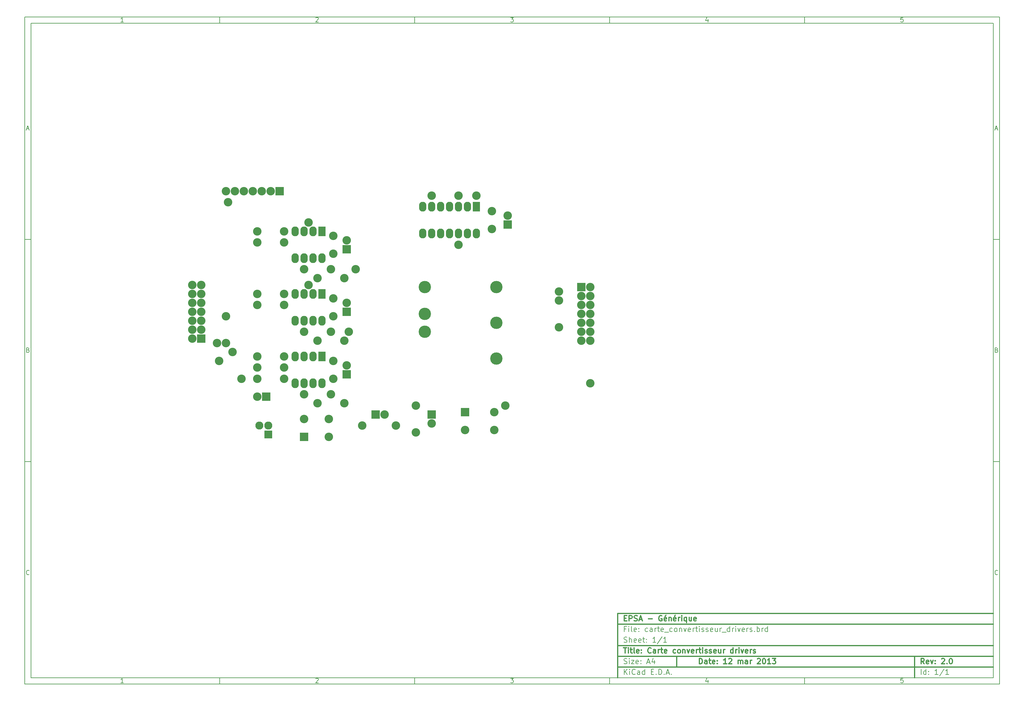
<source format=gbs>
G04 (created by PCBNEW-RS274X (2012-01-19 BZR 3256)-stable) date 12/03/2013 15:27:15*
G01*
G70*
G90*
%MOIN*%
G04 Gerber Fmt 3.4, Leading zero omitted, Abs format*
%FSLAX34Y34*%
G04 APERTURE LIST*
%ADD10C,0.006000*%
%ADD11C,0.012000*%
%ADD12R,0.082000X0.110000*%
%ADD13O,0.082000X0.110000*%
%ADD14C,0.095000*%
%ADD15R,0.095000X0.095000*%
%ADD16R,0.090000X0.090000*%
%ADD17C,0.090000*%
%ADD18C,0.138100*%
G04 APERTURE END LIST*
G54D10*
X04000Y-04000D02*
X113000Y-04000D01*
X113000Y-78670D01*
X04000Y-78670D01*
X04000Y-04000D01*
X04700Y-04700D02*
X112300Y-04700D01*
X112300Y-77970D01*
X04700Y-77970D01*
X04700Y-04700D01*
X25800Y-04000D02*
X25800Y-04700D01*
X15043Y-04552D02*
X14757Y-04552D01*
X14900Y-04552D02*
X14900Y-04052D01*
X14852Y-04124D01*
X14805Y-04171D01*
X14757Y-04195D01*
X25800Y-78670D02*
X25800Y-77970D01*
X15043Y-78522D02*
X14757Y-78522D01*
X14900Y-78522D02*
X14900Y-78022D01*
X14852Y-78094D01*
X14805Y-78141D01*
X14757Y-78165D01*
X47600Y-04000D02*
X47600Y-04700D01*
X36557Y-04100D02*
X36581Y-04076D01*
X36629Y-04052D01*
X36748Y-04052D01*
X36795Y-04076D01*
X36819Y-04100D01*
X36843Y-04148D01*
X36843Y-04195D01*
X36819Y-04267D01*
X36533Y-04552D01*
X36843Y-04552D01*
X47600Y-78670D02*
X47600Y-77970D01*
X36557Y-78070D02*
X36581Y-78046D01*
X36629Y-78022D01*
X36748Y-78022D01*
X36795Y-78046D01*
X36819Y-78070D01*
X36843Y-78118D01*
X36843Y-78165D01*
X36819Y-78237D01*
X36533Y-78522D01*
X36843Y-78522D01*
X69400Y-04000D02*
X69400Y-04700D01*
X58333Y-04052D02*
X58643Y-04052D01*
X58476Y-04243D01*
X58548Y-04243D01*
X58595Y-04267D01*
X58619Y-04290D01*
X58643Y-04338D01*
X58643Y-04457D01*
X58619Y-04505D01*
X58595Y-04529D01*
X58548Y-04552D01*
X58405Y-04552D01*
X58357Y-04529D01*
X58333Y-04505D01*
X69400Y-78670D02*
X69400Y-77970D01*
X58333Y-78022D02*
X58643Y-78022D01*
X58476Y-78213D01*
X58548Y-78213D01*
X58595Y-78237D01*
X58619Y-78260D01*
X58643Y-78308D01*
X58643Y-78427D01*
X58619Y-78475D01*
X58595Y-78499D01*
X58548Y-78522D01*
X58405Y-78522D01*
X58357Y-78499D01*
X58333Y-78475D01*
X91200Y-04000D02*
X91200Y-04700D01*
X80395Y-04219D02*
X80395Y-04552D01*
X80276Y-04029D02*
X80157Y-04386D01*
X80467Y-04386D01*
X91200Y-78670D02*
X91200Y-77970D01*
X80395Y-78189D02*
X80395Y-78522D01*
X80276Y-77999D02*
X80157Y-78356D01*
X80467Y-78356D01*
X102219Y-04052D02*
X101981Y-04052D01*
X101957Y-04290D01*
X101981Y-04267D01*
X102029Y-04243D01*
X102148Y-04243D01*
X102195Y-04267D01*
X102219Y-04290D01*
X102243Y-04338D01*
X102243Y-04457D01*
X102219Y-04505D01*
X102195Y-04529D01*
X102148Y-04552D01*
X102029Y-04552D01*
X101981Y-04529D01*
X101957Y-04505D01*
X102219Y-78022D02*
X101981Y-78022D01*
X101957Y-78260D01*
X101981Y-78237D01*
X102029Y-78213D01*
X102148Y-78213D01*
X102195Y-78237D01*
X102219Y-78260D01*
X102243Y-78308D01*
X102243Y-78427D01*
X102219Y-78475D01*
X102195Y-78499D01*
X102148Y-78522D01*
X102029Y-78522D01*
X101981Y-78499D01*
X101957Y-78475D01*
X04000Y-28890D02*
X04700Y-28890D01*
X04231Y-16510D02*
X04469Y-16510D01*
X04184Y-16652D02*
X04350Y-16152D01*
X04517Y-16652D01*
X113000Y-28890D02*
X112300Y-28890D01*
X112531Y-16510D02*
X112769Y-16510D01*
X112484Y-16652D02*
X112650Y-16152D01*
X112817Y-16652D01*
X04000Y-53780D02*
X04700Y-53780D01*
X04386Y-41280D02*
X04457Y-41304D01*
X04481Y-41328D01*
X04505Y-41376D01*
X04505Y-41447D01*
X04481Y-41495D01*
X04457Y-41519D01*
X04410Y-41542D01*
X04219Y-41542D01*
X04219Y-41042D01*
X04386Y-41042D01*
X04433Y-41066D01*
X04457Y-41090D01*
X04481Y-41138D01*
X04481Y-41185D01*
X04457Y-41233D01*
X04433Y-41257D01*
X04386Y-41280D01*
X04219Y-41280D01*
X113000Y-53780D02*
X112300Y-53780D01*
X112686Y-41280D02*
X112757Y-41304D01*
X112781Y-41328D01*
X112805Y-41376D01*
X112805Y-41447D01*
X112781Y-41495D01*
X112757Y-41519D01*
X112710Y-41542D01*
X112519Y-41542D01*
X112519Y-41042D01*
X112686Y-41042D01*
X112733Y-41066D01*
X112757Y-41090D01*
X112781Y-41138D01*
X112781Y-41185D01*
X112757Y-41233D01*
X112733Y-41257D01*
X112686Y-41280D01*
X112519Y-41280D01*
X04505Y-66385D02*
X04481Y-66409D01*
X04410Y-66432D01*
X04362Y-66432D01*
X04290Y-66409D01*
X04243Y-66361D01*
X04219Y-66313D01*
X04195Y-66218D01*
X04195Y-66147D01*
X04219Y-66051D01*
X04243Y-66004D01*
X04290Y-65956D01*
X04362Y-65932D01*
X04410Y-65932D01*
X04481Y-65956D01*
X04505Y-65980D01*
X112805Y-66385D02*
X112781Y-66409D01*
X112710Y-66432D01*
X112662Y-66432D01*
X112590Y-66409D01*
X112543Y-66361D01*
X112519Y-66313D01*
X112495Y-66218D01*
X112495Y-66147D01*
X112519Y-66051D01*
X112543Y-66004D01*
X112590Y-65956D01*
X112662Y-65932D01*
X112710Y-65932D01*
X112781Y-65956D01*
X112805Y-65980D01*
G54D11*
X79443Y-76413D02*
X79443Y-75813D01*
X79586Y-75813D01*
X79671Y-75841D01*
X79729Y-75899D01*
X79757Y-75956D01*
X79786Y-76070D01*
X79786Y-76156D01*
X79757Y-76270D01*
X79729Y-76327D01*
X79671Y-76384D01*
X79586Y-76413D01*
X79443Y-76413D01*
X80300Y-76413D02*
X80300Y-76099D01*
X80271Y-76041D01*
X80214Y-76013D01*
X80100Y-76013D01*
X80043Y-76041D01*
X80300Y-76384D02*
X80243Y-76413D01*
X80100Y-76413D01*
X80043Y-76384D01*
X80014Y-76327D01*
X80014Y-76270D01*
X80043Y-76213D01*
X80100Y-76184D01*
X80243Y-76184D01*
X80300Y-76156D01*
X80500Y-76013D02*
X80729Y-76013D01*
X80586Y-75813D02*
X80586Y-76327D01*
X80614Y-76384D01*
X80672Y-76413D01*
X80729Y-76413D01*
X81157Y-76384D02*
X81100Y-76413D01*
X80986Y-76413D01*
X80929Y-76384D01*
X80900Y-76327D01*
X80900Y-76099D01*
X80929Y-76041D01*
X80986Y-76013D01*
X81100Y-76013D01*
X81157Y-76041D01*
X81186Y-76099D01*
X81186Y-76156D01*
X80900Y-76213D01*
X81443Y-76356D02*
X81471Y-76384D01*
X81443Y-76413D01*
X81414Y-76384D01*
X81443Y-76356D01*
X81443Y-76413D01*
X81443Y-76041D02*
X81471Y-76070D01*
X81443Y-76099D01*
X81414Y-76070D01*
X81443Y-76041D01*
X81443Y-76099D01*
X82500Y-76413D02*
X82157Y-76413D01*
X82329Y-76413D02*
X82329Y-75813D01*
X82272Y-75899D01*
X82214Y-75956D01*
X82157Y-75984D01*
X82728Y-75870D02*
X82757Y-75841D01*
X82814Y-75813D01*
X82957Y-75813D01*
X83014Y-75841D01*
X83043Y-75870D01*
X83071Y-75927D01*
X83071Y-75984D01*
X83043Y-76070D01*
X82700Y-76413D01*
X83071Y-76413D01*
X83785Y-76413D02*
X83785Y-76013D01*
X83785Y-76070D02*
X83813Y-76041D01*
X83871Y-76013D01*
X83956Y-76013D01*
X84013Y-76041D01*
X84042Y-76099D01*
X84042Y-76413D01*
X84042Y-76099D02*
X84071Y-76041D01*
X84128Y-76013D01*
X84213Y-76013D01*
X84271Y-76041D01*
X84299Y-76099D01*
X84299Y-76413D01*
X84842Y-76413D02*
X84842Y-76099D01*
X84813Y-76041D01*
X84756Y-76013D01*
X84642Y-76013D01*
X84585Y-76041D01*
X84842Y-76384D02*
X84785Y-76413D01*
X84642Y-76413D01*
X84585Y-76384D01*
X84556Y-76327D01*
X84556Y-76270D01*
X84585Y-76213D01*
X84642Y-76184D01*
X84785Y-76184D01*
X84842Y-76156D01*
X85128Y-76413D02*
X85128Y-76013D01*
X85128Y-76127D02*
X85156Y-76070D01*
X85185Y-76041D01*
X85242Y-76013D01*
X85299Y-76013D01*
X85927Y-75870D02*
X85956Y-75841D01*
X86013Y-75813D01*
X86156Y-75813D01*
X86213Y-75841D01*
X86242Y-75870D01*
X86270Y-75927D01*
X86270Y-75984D01*
X86242Y-76070D01*
X85899Y-76413D01*
X86270Y-76413D01*
X86641Y-75813D02*
X86698Y-75813D01*
X86755Y-75841D01*
X86784Y-75870D01*
X86813Y-75927D01*
X86841Y-76041D01*
X86841Y-76184D01*
X86813Y-76299D01*
X86784Y-76356D01*
X86755Y-76384D01*
X86698Y-76413D01*
X86641Y-76413D01*
X86584Y-76384D01*
X86555Y-76356D01*
X86527Y-76299D01*
X86498Y-76184D01*
X86498Y-76041D01*
X86527Y-75927D01*
X86555Y-75870D01*
X86584Y-75841D01*
X86641Y-75813D01*
X87412Y-76413D02*
X87069Y-76413D01*
X87241Y-76413D02*
X87241Y-75813D01*
X87184Y-75899D01*
X87126Y-75956D01*
X87069Y-75984D01*
X87612Y-75813D02*
X87983Y-75813D01*
X87783Y-76041D01*
X87869Y-76041D01*
X87926Y-76070D01*
X87955Y-76099D01*
X87983Y-76156D01*
X87983Y-76299D01*
X87955Y-76356D01*
X87926Y-76384D01*
X87869Y-76413D01*
X87697Y-76413D01*
X87640Y-76384D01*
X87612Y-76356D01*
G54D10*
X71043Y-77613D02*
X71043Y-77013D01*
X71386Y-77613D02*
X71129Y-77270D01*
X71386Y-77013D02*
X71043Y-77356D01*
X71643Y-77613D02*
X71643Y-77213D01*
X71643Y-77013D02*
X71614Y-77041D01*
X71643Y-77070D01*
X71671Y-77041D01*
X71643Y-77013D01*
X71643Y-77070D01*
X72272Y-77556D02*
X72243Y-77584D01*
X72157Y-77613D01*
X72100Y-77613D01*
X72015Y-77584D01*
X71957Y-77527D01*
X71929Y-77470D01*
X71900Y-77356D01*
X71900Y-77270D01*
X71929Y-77156D01*
X71957Y-77099D01*
X72015Y-77041D01*
X72100Y-77013D01*
X72157Y-77013D01*
X72243Y-77041D01*
X72272Y-77070D01*
X72786Y-77613D02*
X72786Y-77299D01*
X72757Y-77241D01*
X72700Y-77213D01*
X72586Y-77213D01*
X72529Y-77241D01*
X72786Y-77584D02*
X72729Y-77613D01*
X72586Y-77613D01*
X72529Y-77584D01*
X72500Y-77527D01*
X72500Y-77470D01*
X72529Y-77413D01*
X72586Y-77384D01*
X72729Y-77384D01*
X72786Y-77356D01*
X73329Y-77613D02*
X73329Y-77013D01*
X73329Y-77584D02*
X73272Y-77613D01*
X73158Y-77613D01*
X73100Y-77584D01*
X73072Y-77556D01*
X73043Y-77499D01*
X73043Y-77327D01*
X73072Y-77270D01*
X73100Y-77241D01*
X73158Y-77213D01*
X73272Y-77213D01*
X73329Y-77241D01*
X74072Y-77299D02*
X74272Y-77299D01*
X74358Y-77613D02*
X74072Y-77613D01*
X74072Y-77013D01*
X74358Y-77013D01*
X74615Y-77556D02*
X74643Y-77584D01*
X74615Y-77613D01*
X74586Y-77584D01*
X74615Y-77556D01*
X74615Y-77613D01*
X74901Y-77613D02*
X74901Y-77013D01*
X75044Y-77013D01*
X75129Y-77041D01*
X75187Y-77099D01*
X75215Y-77156D01*
X75244Y-77270D01*
X75244Y-77356D01*
X75215Y-77470D01*
X75187Y-77527D01*
X75129Y-77584D01*
X75044Y-77613D01*
X74901Y-77613D01*
X75501Y-77556D02*
X75529Y-77584D01*
X75501Y-77613D01*
X75472Y-77584D01*
X75501Y-77556D01*
X75501Y-77613D01*
X75758Y-77441D02*
X76044Y-77441D01*
X75701Y-77613D02*
X75901Y-77013D01*
X76101Y-77613D01*
X76301Y-77556D02*
X76329Y-77584D01*
X76301Y-77613D01*
X76272Y-77584D01*
X76301Y-77556D01*
X76301Y-77613D01*
G54D11*
X104586Y-76413D02*
X104386Y-76127D01*
X104243Y-76413D02*
X104243Y-75813D01*
X104471Y-75813D01*
X104529Y-75841D01*
X104557Y-75870D01*
X104586Y-75927D01*
X104586Y-76013D01*
X104557Y-76070D01*
X104529Y-76099D01*
X104471Y-76127D01*
X104243Y-76127D01*
X105071Y-76384D02*
X105014Y-76413D01*
X104900Y-76413D01*
X104843Y-76384D01*
X104814Y-76327D01*
X104814Y-76099D01*
X104843Y-76041D01*
X104900Y-76013D01*
X105014Y-76013D01*
X105071Y-76041D01*
X105100Y-76099D01*
X105100Y-76156D01*
X104814Y-76213D01*
X105300Y-76013D02*
X105443Y-76413D01*
X105585Y-76013D01*
X105814Y-76356D02*
X105842Y-76384D01*
X105814Y-76413D01*
X105785Y-76384D01*
X105814Y-76356D01*
X105814Y-76413D01*
X105814Y-76041D02*
X105842Y-76070D01*
X105814Y-76099D01*
X105785Y-76070D01*
X105814Y-76041D01*
X105814Y-76099D01*
X106528Y-75870D02*
X106557Y-75841D01*
X106614Y-75813D01*
X106757Y-75813D01*
X106814Y-75841D01*
X106843Y-75870D01*
X106871Y-75927D01*
X106871Y-75984D01*
X106843Y-76070D01*
X106500Y-76413D01*
X106871Y-76413D01*
X107128Y-76356D02*
X107156Y-76384D01*
X107128Y-76413D01*
X107099Y-76384D01*
X107128Y-76356D01*
X107128Y-76413D01*
X107528Y-75813D02*
X107585Y-75813D01*
X107642Y-75841D01*
X107671Y-75870D01*
X107700Y-75927D01*
X107728Y-76041D01*
X107728Y-76184D01*
X107700Y-76299D01*
X107671Y-76356D01*
X107642Y-76384D01*
X107585Y-76413D01*
X107528Y-76413D01*
X107471Y-76384D01*
X107442Y-76356D01*
X107414Y-76299D01*
X107385Y-76184D01*
X107385Y-76041D01*
X107414Y-75927D01*
X107442Y-75870D01*
X107471Y-75841D01*
X107528Y-75813D01*
G54D10*
X71014Y-76384D02*
X71100Y-76413D01*
X71243Y-76413D01*
X71300Y-76384D01*
X71329Y-76356D01*
X71357Y-76299D01*
X71357Y-76241D01*
X71329Y-76184D01*
X71300Y-76156D01*
X71243Y-76127D01*
X71129Y-76099D01*
X71071Y-76070D01*
X71043Y-76041D01*
X71014Y-75984D01*
X71014Y-75927D01*
X71043Y-75870D01*
X71071Y-75841D01*
X71129Y-75813D01*
X71271Y-75813D01*
X71357Y-75841D01*
X71614Y-76413D02*
X71614Y-76013D01*
X71614Y-75813D02*
X71585Y-75841D01*
X71614Y-75870D01*
X71642Y-75841D01*
X71614Y-75813D01*
X71614Y-75870D01*
X71843Y-76013D02*
X72157Y-76013D01*
X71843Y-76413D01*
X72157Y-76413D01*
X72614Y-76384D02*
X72557Y-76413D01*
X72443Y-76413D01*
X72386Y-76384D01*
X72357Y-76327D01*
X72357Y-76099D01*
X72386Y-76041D01*
X72443Y-76013D01*
X72557Y-76013D01*
X72614Y-76041D01*
X72643Y-76099D01*
X72643Y-76156D01*
X72357Y-76213D01*
X72900Y-76356D02*
X72928Y-76384D01*
X72900Y-76413D01*
X72871Y-76384D01*
X72900Y-76356D01*
X72900Y-76413D01*
X72900Y-76041D02*
X72928Y-76070D01*
X72900Y-76099D01*
X72871Y-76070D01*
X72900Y-76041D01*
X72900Y-76099D01*
X73614Y-76241D02*
X73900Y-76241D01*
X73557Y-76413D02*
X73757Y-75813D01*
X73957Y-76413D01*
X74414Y-76013D02*
X74414Y-76413D01*
X74271Y-75784D02*
X74128Y-76213D01*
X74500Y-76213D01*
X104243Y-77613D02*
X104243Y-77013D01*
X104786Y-77613D02*
X104786Y-77013D01*
X104786Y-77584D02*
X104729Y-77613D01*
X104615Y-77613D01*
X104557Y-77584D01*
X104529Y-77556D01*
X104500Y-77499D01*
X104500Y-77327D01*
X104529Y-77270D01*
X104557Y-77241D01*
X104615Y-77213D01*
X104729Y-77213D01*
X104786Y-77241D01*
X105072Y-77556D02*
X105100Y-77584D01*
X105072Y-77613D01*
X105043Y-77584D01*
X105072Y-77556D01*
X105072Y-77613D01*
X105072Y-77241D02*
X105100Y-77270D01*
X105072Y-77299D01*
X105043Y-77270D01*
X105072Y-77241D01*
X105072Y-77299D01*
X106129Y-77613D02*
X105786Y-77613D01*
X105958Y-77613D02*
X105958Y-77013D01*
X105901Y-77099D01*
X105843Y-77156D01*
X105786Y-77184D01*
X106814Y-76984D02*
X106300Y-77756D01*
X107329Y-77613D02*
X106986Y-77613D01*
X107158Y-77613D02*
X107158Y-77013D01*
X107101Y-77099D01*
X107043Y-77156D01*
X106986Y-77184D01*
G54D11*
X70957Y-74613D02*
X71300Y-74613D01*
X71129Y-75213D02*
X71129Y-74613D01*
X71500Y-75213D02*
X71500Y-74813D01*
X71500Y-74613D02*
X71471Y-74641D01*
X71500Y-74670D01*
X71528Y-74641D01*
X71500Y-74613D01*
X71500Y-74670D01*
X71700Y-74813D02*
X71929Y-74813D01*
X71786Y-74613D02*
X71786Y-75127D01*
X71814Y-75184D01*
X71872Y-75213D01*
X71929Y-75213D01*
X72215Y-75213D02*
X72157Y-75184D01*
X72129Y-75127D01*
X72129Y-74613D01*
X72671Y-75184D02*
X72614Y-75213D01*
X72500Y-75213D01*
X72443Y-75184D01*
X72414Y-75127D01*
X72414Y-74899D01*
X72443Y-74841D01*
X72500Y-74813D01*
X72614Y-74813D01*
X72671Y-74841D01*
X72700Y-74899D01*
X72700Y-74956D01*
X72414Y-75013D01*
X72957Y-75156D02*
X72985Y-75184D01*
X72957Y-75213D01*
X72928Y-75184D01*
X72957Y-75156D01*
X72957Y-75213D01*
X72957Y-74841D02*
X72985Y-74870D01*
X72957Y-74899D01*
X72928Y-74870D01*
X72957Y-74841D01*
X72957Y-74899D01*
X74043Y-75156D02*
X74014Y-75184D01*
X73928Y-75213D01*
X73871Y-75213D01*
X73786Y-75184D01*
X73728Y-75127D01*
X73700Y-75070D01*
X73671Y-74956D01*
X73671Y-74870D01*
X73700Y-74756D01*
X73728Y-74699D01*
X73786Y-74641D01*
X73871Y-74613D01*
X73928Y-74613D01*
X74014Y-74641D01*
X74043Y-74670D01*
X74557Y-75213D02*
X74557Y-74899D01*
X74528Y-74841D01*
X74471Y-74813D01*
X74357Y-74813D01*
X74300Y-74841D01*
X74557Y-75184D02*
X74500Y-75213D01*
X74357Y-75213D01*
X74300Y-75184D01*
X74271Y-75127D01*
X74271Y-75070D01*
X74300Y-75013D01*
X74357Y-74984D01*
X74500Y-74984D01*
X74557Y-74956D01*
X74843Y-75213D02*
X74843Y-74813D01*
X74843Y-74927D02*
X74871Y-74870D01*
X74900Y-74841D01*
X74957Y-74813D01*
X75014Y-74813D01*
X75128Y-74813D02*
X75357Y-74813D01*
X75214Y-74613D02*
X75214Y-75127D01*
X75242Y-75184D01*
X75300Y-75213D01*
X75357Y-75213D01*
X75785Y-75184D02*
X75728Y-75213D01*
X75614Y-75213D01*
X75557Y-75184D01*
X75528Y-75127D01*
X75528Y-74899D01*
X75557Y-74841D01*
X75614Y-74813D01*
X75728Y-74813D01*
X75785Y-74841D01*
X75814Y-74899D01*
X75814Y-74956D01*
X75528Y-75013D01*
X76785Y-75184D02*
X76728Y-75213D01*
X76614Y-75213D01*
X76556Y-75184D01*
X76528Y-75156D01*
X76499Y-75099D01*
X76499Y-74927D01*
X76528Y-74870D01*
X76556Y-74841D01*
X76614Y-74813D01*
X76728Y-74813D01*
X76785Y-74841D01*
X77128Y-75213D02*
X77070Y-75184D01*
X77042Y-75156D01*
X77013Y-75099D01*
X77013Y-74927D01*
X77042Y-74870D01*
X77070Y-74841D01*
X77128Y-74813D01*
X77213Y-74813D01*
X77270Y-74841D01*
X77299Y-74870D01*
X77328Y-74927D01*
X77328Y-75099D01*
X77299Y-75156D01*
X77270Y-75184D01*
X77213Y-75213D01*
X77128Y-75213D01*
X77585Y-74813D02*
X77585Y-75213D01*
X77585Y-74870D02*
X77613Y-74841D01*
X77671Y-74813D01*
X77756Y-74813D01*
X77813Y-74841D01*
X77842Y-74899D01*
X77842Y-75213D01*
X78071Y-74813D02*
X78214Y-75213D01*
X78356Y-74813D01*
X78813Y-75184D02*
X78756Y-75213D01*
X78642Y-75213D01*
X78585Y-75184D01*
X78556Y-75127D01*
X78556Y-74899D01*
X78585Y-74841D01*
X78642Y-74813D01*
X78756Y-74813D01*
X78813Y-74841D01*
X78842Y-74899D01*
X78842Y-74956D01*
X78556Y-75013D01*
X79099Y-75213D02*
X79099Y-74813D01*
X79099Y-74927D02*
X79127Y-74870D01*
X79156Y-74841D01*
X79213Y-74813D01*
X79270Y-74813D01*
X79384Y-74813D02*
X79613Y-74813D01*
X79470Y-74613D02*
X79470Y-75127D01*
X79498Y-75184D01*
X79556Y-75213D01*
X79613Y-75213D01*
X79813Y-75213D02*
X79813Y-74813D01*
X79813Y-74613D02*
X79784Y-74641D01*
X79813Y-74670D01*
X79841Y-74641D01*
X79813Y-74613D01*
X79813Y-74670D01*
X80070Y-75184D02*
X80127Y-75213D01*
X80242Y-75213D01*
X80299Y-75184D01*
X80327Y-75127D01*
X80327Y-75099D01*
X80299Y-75041D01*
X80242Y-75013D01*
X80156Y-75013D01*
X80099Y-74984D01*
X80070Y-74927D01*
X80070Y-74899D01*
X80099Y-74841D01*
X80156Y-74813D01*
X80242Y-74813D01*
X80299Y-74841D01*
X80556Y-75184D02*
X80613Y-75213D01*
X80728Y-75213D01*
X80785Y-75184D01*
X80813Y-75127D01*
X80813Y-75099D01*
X80785Y-75041D01*
X80728Y-75013D01*
X80642Y-75013D01*
X80585Y-74984D01*
X80556Y-74927D01*
X80556Y-74899D01*
X80585Y-74841D01*
X80642Y-74813D01*
X80728Y-74813D01*
X80785Y-74841D01*
X81299Y-75184D02*
X81242Y-75213D01*
X81128Y-75213D01*
X81071Y-75184D01*
X81042Y-75127D01*
X81042Y-74899D01*
X81071Y-74841D01*
X81128Y-74813D01*
X81242Y-74813D01*
X81299Y-74841D01*
X81328Y-74899D01*
X81328Y-74956D01*
X81042Y-75013D01*
X81842Y-74813D02*
X81842Y-75213D01*
X81585Y-74813D02*
X81585Y-75127D01*
X81613Y-75184D01*
X81671Y-75213D01*
X81756Y-75213D01*
X81813Y-75184D01*
X81842Y-75156D01*
X82128Y-75213D02*
X82128Y-74813D01*
X82128Y-74927D02*
X82156Y-74870D01*
X82185Y-74841D01*
X82242Y-74813D01*
X82299Y-74813D01*
X83213Y-75213D02*
X83213Y-74613D01*
X83213Y-75184D02*
X83156Y-75213D01*
X83042Y-75213D01*
X82984Y-75184D01*
X82956Y-75156D01*
X82927Y-75099D01*
X82927Y-74927D01*
X82956Y-74870D01*
X82984Y-74841D01*
X83042Y-74813D01*
X83156Y-74813D01*
X83213Y-74841D01*
X83499Y-75213D02*
X83499Y-74813D01*
X83499Y-74927D02*
X83527Y-74870D01*
X83556Y-74841D01*
X83613Y-74813D01*
X83670Y-74813D01*
X83870Y-75213D02*
X83870Y-74813D01*
X83870Y-74613D02*
X83841Y-74641D01*
X83870Y-74670D01*
X83898Y-74641D01*
X83870Y-74613D01*
X83870Y-74670D01*
X84099Y-74813D02*
X84242Y-75213D01*
X84384Y-74813D01*
X84841Y-75184D02*
X84784Y-75213D01*
X84670Y-75213D01*
X84613Y-75184D01*
X84584Y-75127D01*
X84584Y-74899D01*
X84613Y-74841D01*
X84670Y-74813D01*
X84784Y-74813D01*
X84841Y-74841D01*
X84870Y-74899D01*
X84870Y-74956D01*
X84584Y-75013D01*
X85127Y-75213D02*
X85127Y-74813D01*
X85127Y-74927D02*
X85155Y-74870D01*
X85184Y-74841D01*
X85241Y-74813D01*
X85298Y-74813D01*
X85469Y-75184D02*
X85526Y-75213D01*
X85641Y-75213D01*
X85698Y-75184D01*
X85726Y-75127D01*
X85726Y-75099D01*
X85698Y-75041D01*
X85641Y-75013D01*
X85555Y-75013D01*
X85498Y-74984D01*
X85469Y-74927D01*
X85469Y-74899D01*
X85498Y-74841D01*
X85555Y-74813D01*
X85641Y-74813D01*
X85698Y-74841D01*
G54D10*
X71243Y-72499D02*
X71043Y-72499D01*
X71043Y-72813D02*
X71043Y-72213D01*
X71329Y-72213D01*
X71557Y-72813D02*
X71557Y-72413D01*
X71557Y-72213D02*
X71528Y-72241D01*
X71557Y-72270D01*
X71585Y-72241D01*
X71557Y-72213D01*
X71557Y-72270D01*
X71929Y-72813D02*
X71871Y-72784D01*
X71843Y-72727D01*
X71843Y-72213D01*
X72385Y-72784D02*
X72328Y-72813D01*
X72214Y-72813D01*
X72157Y-72784D01*
X72128Y-72727D01*
X72128Y-72499D01*
X72157Y-72441D01*
X72214Y-72413D01*
X72328Y-72413D01*
X72385Y-72441D01*
X72414Y-72499D01*
X72414Y-72556D01*
X72128Y-72613D01*
X72671Y-72756D02*
X72699Y-72784D01*
X72671Y-72813D01*
X72642Y-72784D01*
X72671Y-72756D01*
X72671Y-72813D01*
X72671Y-72441D02*
X72699Y-72470D01*
X72671Y-72499D01*
X72642Y-72470D01*
X72671Y-72441D01*
X72671Y-72499D01*
X73671Y-72784D02*
X73614Y-72813D01*
X73500Y-72813D01*
X73442Y-72784D01*
X73414Y-72756D01*
X73385Y-72699D01*
X73385Y-72527D01*
X73414Y-72470D01*
X73442Y-72441D01*
X73500Y-72413D01*
X73614Y-72413D01*
X73671Y-72441D01*
X74185Y-72813D02*
X74185Y-72499D01*
X74156Y-72441D01*
X74099Y-72413D01*
X73985Y-72413D01*
X73928Y-72441D01*
X74185Y-72784D02*
X74128Y-72813D01*
X73985Y-72813D01*
X73928Y-72784D01*
X73899Y-72727D01*
X73899Y-72670D01*
X73928Y-72613D01*
X73985Y-72584D01*
X74128Y-72584D01*
X74185Y-72556D01*
X74471Y-72813D02*
X74471Y-72413D01*
X74471Y-72527D02*
X74499Y-72470D01*
X74528Y-72441D01*
X74585Y-72413D01*
X74642Y-72413D01*
X74756Y-72413D02*
X74985Y-72413D01*
X74842Y-72213D02*
X74842Y-72727D01*
X74870Y-72784D01*
X74928Y-72813D01*
X74985Y-72813D01*
X75413Y-72784D02*
X75356Y-72813D01*
X75242Y-72813D01*
X75185Y-72784D01*
X75156Y-72727D01*
X75156Y-72499D01*
X75185Y-72441D01*
X75242Y-72413D01*
X75356Y-72413D01*
X75413Y-72441D01*
X75442Y-72499D01*
X75442Y-72556D01*
X75156Y-72613D01*
X75556Y-72870D02*
X76013Y-72870D01*
X76413Y-72784D02*
X76356Y-72813D01*
X76242Y-72813D01*
X76184Y-72784D01*
X76156Y-72756D01*
X76127Y-72699D01*
X76127Y-72527D01*
X76156Y-72470D01*
X76184Y-72441D01*
X76242Y-72413D01*
X76356Y-72413D01*
X76413Y-72441D01*
X76756Y-72813D02*
X76698Y-72784D01*
X76670Y-72756D01*
X76641Y-72699D01*
X76641Y-72527D01*
X76670Y-72470D01*
X76698Y-72441D01*
X76756Y-72413D01*
X76841Y-72413D01*
X76898Y-72441D01*
X76927Y-72470D01*
X76956Y-72527D01*
X76956Y-72699D01*
X76927Y-72756D01*
X76898Y-72784D01*
X76841Y-72813D01*
X76756Y-72813D01*
X77213Y-72413D02*
X77213Y-72813D01*
X77213Y-72470D02*
X77241Y-72441D01*
X77299Y-72413D01*
X77384Y-72413D01*
X77441Y-72441D01*
X77470Y-72499D01*
X77470Y-72813D01*
X77699Y-72413D02*
X77842Y-72813D01*
X77984Y-72413D01*
X78441Y-72784D02*
X78384Y-72813D01*
X78270Y-72813D01*
X78213Y-72784D01*
X78184Y-72727D01*
X78184Y-72499D01*
X78213Y-72441D01*
X78270Y-72413D01*
X78384Y-72413D01*
X78441Y-72441D01*
X78470Y-72499D01*
X78470Y-72556D01*
X78184Y-72613D01*
X78727Y-72813D02*
X78727Y-72413D01*
X78727Y-72527D02*
X78755Y-72470D01*
X78784Y-72441D01*
X78841Y-72413D01*
X78898Y-72413D01*
X79012Y-72413D02*
X79241Y-72413D01*
X79098Y-72213D02*
X79098Y-72727D01*
X79126Y-72784D01*
X79184Y-72813D01*
X79241Y-72813D01*
X79441Y-72813D02*
X79441Y-72413D01*
X79441Y-72213D02*
X79412Y-72241D01*
X79441Y-72270D01*
X79469Y-72241D01*
X79441Y-72213D01*
X79441Y-72270D01*
X79698Y-72784D02*
X79755Y-72813D01*
X79870Y-72813D01*
X79927Y-72784D01*
X79955Y-72727D01*
X79955Y-72699D01*
X79927Y-72641D01*
X79870Y-72613D01*
X79784Y-72613D01*
X79727Y-72584D01*
X79698Y-72527D01*
X79698Y-72499D01*
X79727Y-72441D01*
X79784Y-72413D01*
X79870Y-72413D01*
X79927Y-72441D01*
X80184Y-72784D02*
X80241Y-72813D01*
X80356Y-72813D01*
X80413Y-72784D01*
X80441Y-72727D01*
X80441Y-72699D01*
X80413Y-72641D01*
X80356Y-72613D01*
X80270Y-72613D01*
X80213Y-72584D01*
X80184Y-72527D01*
X80184Y-72499D01*
X80213Y-72441D01*
X80270Y-72413D01*
X80356Y-72413D01*
X80413Y-72441D01*
X80927Y-72784D02*
X80870Y-72813D01*
X80756Y-72813D01*
X80699Y-72784D01*
X80670Y-72727D01*
X80670Y-72499D01*
X80699Y-72441D01*
X80756Y-72413D01*
X80870Y-72413D01*
X80927Y-72441D01*
X80956Y-72499D01*
X80956Y-72556D01*
X80670Y-72613D01*
X81470Y-72413D02*
X81470Y-72813D01*
X81213Y-72413D02*
X81213Y-72727D01*
X81241Y-72784D01*
X81299Y-72813D01*
X81384Y-72813D01*
X81441Y-72784D01*
X81470Y-72756D01*
X81756Y-72813D02*
X81756Y-72413D01*
X81756Y-72527D02*
X81784Y-72470D01*
X81813Y-72441D01*
X81870Y-72413D01*
X81927Y-72413D01*
X81984Y-72870D02*
X82441Y-72870D01*
X82841Y-72813D02*
X82841Y-72213D01*
X82841Y-72784D02*
X82784Y-72813D01*
X82670Y-72813D01*
X82612Y-72784D01*
X82584Y-72756D01*
X82555Y-72699D01*
X82555Y-72527D01*
X82584Y-72470D01*
X82612Y-72441D01*
X82670Y-72413D01*
X82784Y-72413D01*
X82841Y-72441D01*
X83127Y-72813D02*
X83127Y-72413D01*
X83127Y-72527D02*
X83155Y-72470D01*
X83184Y-72441D01*
X83241Y-72413D01*
X83298Y-72413D01*
X83498Y-72813D02*
X83498Y-72413D01*
X83498Y-72213D02*
X83469Y-72241D01*
X83498Y-72270D01*
X83526Y-72241D01*
X83498Y-72213D01*
X83498Y-72270D01*
X83727Y-72413D02*
X83870Y-72813D01*
X84012Y-72413D01*
X84469Y-72784D02*
X84412Y-72813D01*
X84298Y-72813D01*
X84241Y-72784D01*
X84212Y-72727D01*
X84212Y-72499D01*
X84241Y-72441D01*
X84298Y-72413D01*
X84412Y-72413D01*
X84469Y-72441D01*
X84498Y-72499D01*
X84498Y-72556D01*
X84212Y-72613D01*
X84755Y-72813D02*
X84755Y-72413D01*
X84755Y-72527D02*
X84783Y-72470D01*
X84812Y-72441D01*
X84869Y-72413D01*
X84926Y-72413D01*
X85097Y-72784D02*
X85154Y-72813D01*
X85269Y-72813D01*
X85326Y-72784D01*
X85354Y-72727D01*
X85354Y-72699D01*
X85326Y-72641D01*
X85269Y-72613D01*
X85183Y-72613D01*
X85126Y-72584D01*
X85097Y-72527D01*
X85097Y-72499D01*
X85126Y-72441D01*
X85183Y-72413D01*
X85269Y-72413D01*
X85326Y-72441D01*
X85612Y-72756D02*
X85640Y-72784D01*
X85612Y-72813D01*
X85583Y-72784D01*
X85612Y-72756D01*
X85612Y-72813D01*
X85898Y-72813D02*
X85898Y-72213D01*
X85898Y-72441D02*
X85955Y-72413D01*
X86069Y-72413D01*
X86126Y-72441D01*
X86155Y-72470D01*
X86184Y-72527D01*
X86184Y-72699D01*
X86155Y-72756D01*
X86126Y-72784D01*
X86069Y-72813D01*
X85955Y-72813D01*
X85898Y-72784D01*
X86441Y-72813D02*
X86441Y-72413D01*
X86441Y-72527D02*
X86469Y-72470D01*
X86498Y-72441D01*
X86555Y-72413D01*
X86612Y-72413D01*
X87069Y-72813D02*
X87069Y-72213D01*
X87069Y-72784D02*
X87012Y-72813D01*
X86898Y-72813D01*
X86840Y-72784D01*
X86812Y-72756D01*
X86783Y-72699D01*
X86783Y-72527D01*
X86812Y-72470D01*
X86840Y-72441D01*
X86898Y-72413D01*
X87012Y-72413D01*
X87069Y-72441D01*
X71014Y-73984D02*
X71100Y-74013D01*
X71243Y-74013D01*
X71300Y-73984D01*
X71329Y-73956D01*
X71357Y-73899D01*
X71357Y-73841D01*
X71329Y-73784D01*
X71300Y-73756D01*
X71243Y-73727D01*
X71129Y-73699D01*
X71071Y-73670D01*
X71043Y-73641D01*
X71014Y-73584D01*
X71014Y-73527D01*
X71043Y-73470D01*
X71071Y-73441D01*
X71129Y-73413D01*
X71271Y-73413D01*
X71357Y-73441D01*
X71614Y-74013D02*
X71614Y-73413D01*
X71871Y-74013D02*
X71871Y-73699D01*
X71842Y-73641D01*
X71785Y-73613D01*
X71700Y-73613D01*
X71642Y-73641D01*
X71614Y-73670D01*
X72385Y-73984D02*
X72328Y-74013D01*
X72214Y-74013D01*
X72157Y-73984D01*
X72128Y-73927D01*
X72128Y-73699D01*
X72157Y-73641D01*
X72214Y-73613D01*
X72328Y-73613D01*
X72385Y-73641D01*
X72414Y-73699D01*
X72414Y-73756D01*
X72128Y-73813D01*
X72899Y-73984D02*
X72842Y-74013D01*
X72728Y-74013D01*
X72671Y-73984D01*
X72642Y-73927D01*
X72642Y-73699D01*
X72671Y-73641D01*
X72728Y-73613D01*
X72842Y-73613D01*
X72899Y-73641D01*
X72928Y-73699D01*
X72928Y-73756D01*
X72642Y-73813D01*
X73099Y-73613D02*
X73328Y-73613D01*
X73185Y-73413D02*
X73185Y-73927D01*
X73213Y-73984D01*
X73271Y-74013D01*
X73328Y-74013D01*
X73528Y-73956D02*
X73556Y-73984D01*
X73528Y-74013D01*
X73499Y-73984D01*
X73528Y-73956D01*
X73528Y-74013D01*
X73528Y-73641D02*
X73556Y-73670D01*
X73528Y-73699D01*
X73499Y-73670D01*
X73528Y-73641D01*
X73528Y-73699D01*
X74585Y-74013D02*
X74242Y-74013D01*
X74414Y-74013D02*
X74414Y-73413D01*
X74357Y-73499D01*
X74299Y-73556D01*
X74242Y-73584D01*
X75270Y-73384D02*
X74756Y-74156D01*
X75785Y-74013D02*
X75442Y-74013D01*
X75614Y-74013D02*
X75614Y-73413D01*
X75557Y-73499D01*
X75499Y-73556D01*
X75442Y-73584D01*
G54D11*
X71043Y-71299D02*
X71243Y-71299D01*
X71329Y-71613D02*
X71043Y-71613D01*
X71043Y-71013D01*
X71329Y-71013D01*
X71586Y-71613D02*
X71586Y-71013D01*
X71814Y-71013D01*
X71872Y-71041D01*
X71900Y-71070D01*
X71929Y-71127D01*
X71929Y-71213D01*
X71900Y-71270D01*
X71872Y-71299D01*
X71814Y-71327D01*
X71586Y-71327D01*
X72157Y-71584D02*
X72243Y-71613D01*
X72386Y-71613D01*
X72443Y-71584D01*
X72472Y-71556D01*
X72500Y-71499D01*
X72500Y-71441D01*
X72472Y-71384D01*
X72443Y-71356D01*
X72386Y-71327D01*
X72272Y-71299D01*
X72214Y-71270D01*
X72186Y-71241D01*
X72157Y-71184D01*
X72157Y-71127D01*
X72186Y-71070D01*
X72214Y-71041D01*
X72272Y-71013D01*
X72414Y-71013D01*
X72500Y-71041D01*
X72728Y-71441D02*
X73014Y-71441D01*
X72671Y-71613D02*
X72871Y-71013D01*
X73071Y-71613D01*
X73728Y-71384D02*
X74185Y-71384D01*
X75242Y-71041D02*
X75185Y-71013D01*
X75099Y-71013D01*
X75014Y-71041D01*
X74956Y-71099D01*
X74928Y-71156D01*
X74899Y-71270D01*
X74899Y-71356D01*
X74928Y-71470D01*
X74956Y-71527D01*
X75014Y-71584D01*
X75099Y-71613D01*
X75156Y-71613D01*
X75242Y-71584D01*
X75271Y-71556D01*
X75271Y-71356D01*
X75156Y-71356D01*
X75756Y-71584D02*
X75699Y-71613D01*
X75585Y-71613D01*
X75528Y-71584D01*
X75499Y-71527D01*
X75499Y-71299D01*
X75528Y-71241D01*
X75585Y-71213D01*
X75699Y-71213D01*
X75756Y-71241D01*
X75785Y-71299D01*
X75785Y-71356D01*
X75499Y-71413D01*
X75699Y-70984D02*
X75614Y-71070D01*
X76042Y-71213D02*
X76042Y-71613D01*
X76042Y-71270D02*
X76070Y-71241D01*
X76128Y-71213D01*
X76213Y-71213D01*
X76270Y-71241D01*
X76299Y-71299D01*
X76299Y-71613D01*
X76813Y-71584D02*
X76756Y-71613D01*
X76642Y-71613D01*
X76585Y-71584D01*
X76556Y-71527D01*
X76556Y-71299D01*
X76585Y-71241D01*
X76642Y-71213D01*
X76756Y-71213D01*
X76813Y-71241D01*
X76842Y-71299D01*
X76842Y-71356D01*
X76556Y-71413D01*
X76756Y-70984D02*
X76671Y-71070D01*
X77099Y-71613D02*
X77099Y-71213D01*
X77099Y-71327D02*
X77127Y-71270D01*
X77156Y-71241D01*
X77213Y-71213D01*
X77270Y-71213D01*
X77470Y-71613D02*
X77470Y-71213D01*
X77470Y-71013D02*
X77441Y-71041D01*
X77470Y-71070D01*
X77498Y-71041D01*
X77470Y-71013D01*
X77470Y-71070D01*
X78013Y-71213D02*
X78013Y-71813D01*
X78013Y-71584D02*
X77956Y-71613D01*
X77842Y-71613D01*
X77784Y-71584D01*
X77756Y-71556D01*
X77727Y-71499D01*
X77727Y-71327D01*
X77756Y-71270D01*
X77784Y-71241D01*
X77842Y-71213D01*
X77956Y-71213D01*
X78013Y-71241D01*
X78556Y-71213D02*
X78556Y-71613D01*
X78299Y-71213D02*
X78299Y-71527D01*
X78327Y-71584D01*
X78385Y-71613D01*
X78470Y-71613D01*
X78527Y-71584D01*
X78556Y-71556D01*
X79070Y-71584D02*
X79013Y-71613D01*
X78899Y-71613D01*
X78842Y-71584D01*
X78813Y-71527D01*
X78813Y-71299D01*
X78842Y-71241D01*
X78899Y-71213D01*
X79013Y-71213D01*
X79070Y-71241D01*
X79099Y-71299D01*
X79099Y-71356D01*
X78813Y-71413D01*
X70300Y-70770D02*
X70300Y-77970D01*
X70300Y-71970D02*
X112300Y-71970D01*
X70300Y-70770D02*
X112300Y-70770D01*
X70300Y-74370D02*
X112300Y-74370D01*
X103500Y-75570D02*
X103500Y-77970D01*
X70300Y-76770D02*
X112300Y-76770D01*
X70300Y-75570D02*
X112300Y-75570D01*
X76900Y-75570D02*
X76900Y-76770D01*
G54D12*
X37250Y-28000D03*
G54D13*
X36250Y-28000D03*
X35250Y-28000D03*
X34250Y-28000D03*
X34250Y-31000D03*
X35250Y-31000D03*
X36250Y-31000D03*
X37250Y-31000D03*
G54D14*
X38000Y-51000D03*
X38000Y-49000D03*
G54D15*
X66250Y-34250D03*
G54D14*
X67250Y-34250D03*
X66250Y-35250D03*
X67250Y-35250D03*
X66250Y-36250D03*
X67250Y-36250D03*
X66250Y-37250D03*
X67250Y-37250D03*
X66250Y-38250D03*
X67250Y-38250D03*
X66250Y-39250D03*
X67250Y-39250D03*
X66250Y-40250D03*
X67250Y-40250D03*
G54D15*
X49500Y-48500D03*
G54D14*
X49500Y-49500D03*
G54D15*
X31000Y-46500D03*
G54D14*
X30000Y-46500D03*
X33000Y-29250D03*
X30000Y-29250D03*
X33000Y-28000D03*
X30000Y-28000D03*
X47750Y-47500D03*
X47750Y-50500D03*
X26500Y-37500D03*
X26500Y-40500D03*
X33000Y-44500D03*
X30000Y-44500D03*
X63750Y-38750D03*
X63750Y-35750D03*
X38500Y-44500D03*
X38500Y-42500D03*
X33000Y-36250D03*
X30000Y-36250D03*
X33000Y-35000D03*
X30000Y-35000D03*
G54D15*
X43250Y-48500D03*
G54D14*
X44250Y-48500D03*
G54D12*
X37250Y-42000D03*
G54D13*
X36250Y-42000D03*
X35250Y-42000D03*
X34250Y-42000D03*
X34250Y-45000D03*
X35250Y-45000D03*
X36250Y-45000D03*
X37250Y-45000D03*
G54D15*
X58000Y-27250D03*
G54D14*
X58000Y-26250D03*
G54D15*
X40000Y-30000D03*
G54D14*
X40000Y-29000D03*
X56250Y-27750D03*
X56250Y-25750D03*
X38500Y-30500D03*
X38500Y-28500D03*
X39750Y-47250D03*
X36750Y-47250D03*
X33000Y-42000D03*
X30000Y-42000D03*
X33000Y-43250D03*
X30000Y-43250D03*
X39750Y-33250D03*
X36750Y-33250D03*
X39750Y-40250D03*
X36750Y-40250D03*
X38250Y-46250D03*
X35250Y-46250D03*
X38250Y-39250D03*
X35250Y-39250D03*
X38250Y-32250D03*
X35250Y-32250D03*
G54D15*
X35250Y-51000D03*
G54D14*
X35250Y-49000D03*
X56500Y-48250D03*
X56500Y-50250D03*
G54D15*
X53250Y-48250D03*
G54D14*
X53250Y-50250D03*
G54D15*
X40000Y-44000D03*
G54D14*
X40000Y-43000D03*
G54D15*
X40000Y-37000D03*
G54D14*
X40000Y-36000D03*
X38500Y-37500D03*
X38500Y-35500D03*
G54D15*
X32500Y-23500D03*
G54D14*
X31500Y-23500D03*
X30500Y-23500D03*
X29500Y-23500D03*
X28500Y-23500D03*
X27500Y-23500D03*
X26500Y-23500D03*
G54D15*
X23750Y-40000D03*
G54D14*
X22750Y-40000D03*
X23750Y-39000D03*
X22750Y-39000D03*
X23750Y-38000D03*
X22750Y-38000D03*
X23750Y-37000D03*
X22750Y-37000D03*
X23750Y-36000D03*
X22750Y-36000D03*
X23750Y-35000D03*
X22750Y-35000D03*
X23750Y-34000D03*
X22750Y-34000D03*
G54D12*
X54500Y-25250D03*
G54D13*
X53500Y-25250D03*
X52500Y-25250D03*
X51500Y-25250D03*
X50500Y-25250D03*
X49500Y-25250D03*
X48500Y-25250D03*
X48500Y-28250D03*
X49500Y-28250D03*
X50500Y-28250D03*
X51500Y-28250D03*
X52500Y-28250D03*
X53500Y-28250D03*
X54500Y-28250D03*
G54D12*
X37250Y-35000D03*
G54D13*
X36250Y-35000D03*
X35250Y-35000D03*
X34250Y-35000D03*
X34250Y-38000D03*
X35250Y-38000D03*
X36250Y-38000D03*
X37250Y-38000D03*
G54D16*
X31250Y-50750D03*
G54D17*
X31250Y-49750D03*
X30250Y-49750D03*
G54D18*
X56750Y-34250D03*
X56750Y-38250D03*
X56750Y-42250D03*
X48750Y-37250D03*
X48750Y-39250D03*
X48750Y-34250D03*
G54D14*
X54500Y-24000D03*
X63750Y-34750D03*
X52500Y-24000D03*
X25500Y-40500D03*
X49500Y-24000D03*
X27250Y-41500D03*
X25750Y-42500D03*
X52500Y-29500D03*
X35750Y-27000D03*
X41750Y-49750D03*
X45500Y-49750D03*
X35750Y-34000D03*
X26750Y-24750D03*
X67250Y-45000D03*
X40250Y-39250D03*
X57750Y-47500D03*
X41000Y-32250D03*
X28250Y-44500D03*
M02*

</source>
